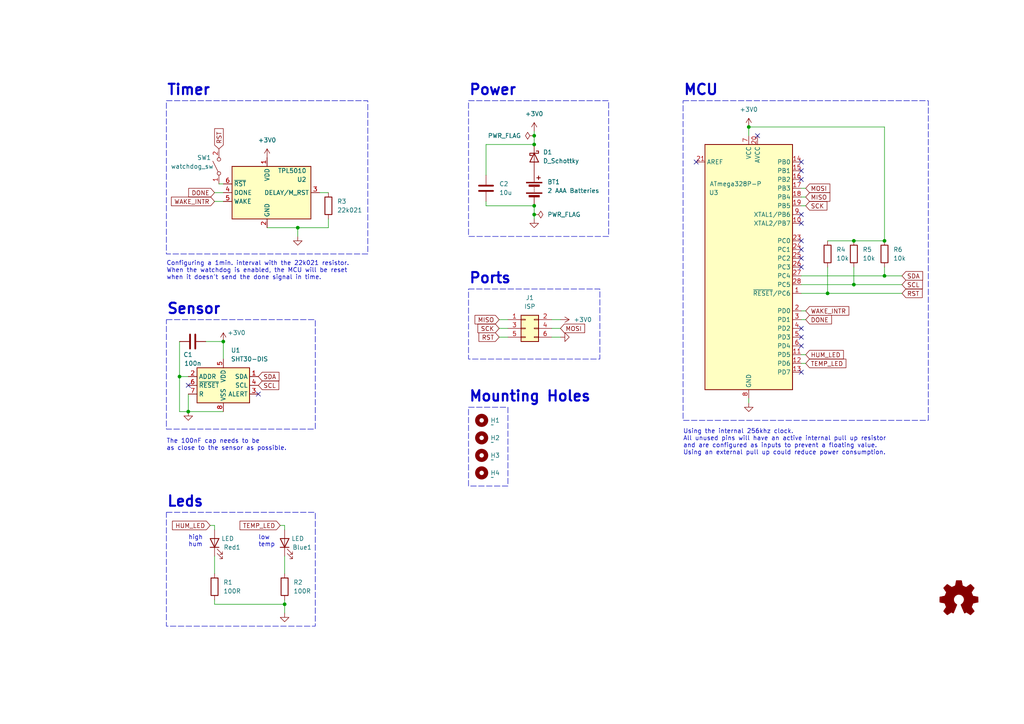
<source format=kicad_sch>
(kicad_sch (version 20230121) (generator eeschema)
  (paper "A4")
  (title_block (title "Atmospheric Sensor for Mold Prevention") (date "2024-01-08") (rev "1.0.0") (company "Christopher Besch <mail@chris-besch.com>") (comment 1 "github.com/christopher-besch/mold_detect"))
  (lib_symbols
    (symbol "Connector_Generic:Conn_02x03_Odd_Even" (pin_names (offset 1.016) hide)
      (property "Reference" "J" (at 1.27 5.08 0))
      (property "Value" "Conn_02x03_Odd_Even" (at 1.27 -5.08 0))
      (symbol "Conn_02x03_Odd_Even_1_1"
        (rectangle (start -1.27 -2.413) (end 0 -2.667) (stroke (width 0.1524)))
        (rectangle (start -1.27 0.127) (end 0 -0.127) (stroke (width 0.1524)))
        (rectangle (start -1.27 2.667) (end 0 2.413) (stroke (width 0.1524)))
        (rectangle (start -1.27 3.81) (end 3.81 -3.81) (stroke (width 0.254)) (fill (type background)))
        (rectangle (start 3.81 -2.413) (end 2.54 -2.667) (stroke (width 0.1524)))
        (rectangle (start 3.81 0.127) (end 2.54 -0.127) (stroke (width 0.1524)))
        (rectangle (start 3.81 2.667) (end 2.54 2.413) (stroke (width 0.1524)))
        (pin passive line (at -5.08 2.54 0) (length 3.81) (name "Pin_1") (number "1"))
        (pin passive line (at 7.62 2.54 180) (length 3.81) (name "Pin_2") (number "2"))
        (pin passive line (at -5.08 0 0) (length 3.81) (name "Pin_3") (number "3"))
        (pin passive line (at 7.62 0 180) (length 3.81) (name "Pin_4") (number "4"))
        (pin passive line (at -5.08 -2.54 0) (length 3.81) (name "Pin_5") (number "5"))
        (pin passive line (at 7.62 -2.54 180) (length 3.81) (name "Pin_6") (number "6"))
      )
    )
    (symbol "Device:Battery" (pin_numbers hide) (pin_names (offset 0) hide)
      (property "Reference" "BT" (at 2.54 2.54 0))
      (property "Value" "Battery" (at 2.54 0 0))
      (symbol "Battery_0_1"
        (rectangle (start -2.286 -1.27) (end 2.286 -1.524) (fill (type outline)))
        (rectangle (start -2.286 1.778) (end 2.286 1.524) (fill (type outline)))
        (rectangle (start -1.524 -2.032) (end 1.524 -2.54) (fill (type outline)))
        (rectangle (start -1.524 1.016) (end 1.524 0.508) (fill (type outline)))
        (polyline (pts (xy 0 -1.016) (xy 0 -0.762)))
        (polyline (pts (xy 0 -0.508) (xy 0 -0.254)))
        (polyline (pts (xy 0 0) (xy 0 0.254)))
        (polyline (pts (xy 0 1.778) (xy 0 2.54)))
        (polyline (pts (xy 0.762 3.048) (xy 1.778 3.048)) (stroke (width 0.254)))
        (polyline (pts (xy 1.27 3.556) (xy 1.27 2.54)) (stroke (width 0.254)))
      )
      (symbol "Battery_1_1"
        (pin passive line (at 0 5.08 270) (length 2.54) (name "+") (number "1"))
        (pin passive line (at 0 -5.08 90) (length 2.54) (name "-") (number "2"))
      )
    )
    (symbol "Device:C" (pin_numbers hide) (pin_names (offset 0.254))
      (property "Reference" "C" (at 0.635 2.54 0))
      (property "Value" "C" (at 0.635 -2.54 0))
      (symbol "C_0_1"
        (polyline (pts (xy -2.032 -0.762) (xy 2.032 -0.762)) (stroke (width 0.508)))
        (polyline (pts (xy -2.032 0.762) (xy 2.032 0.762)) (stroke (width 0.508)))
      )
      (symbol "C_1_1"
        (pin passive line (at 0 3.81 270) (length 2.794) (name "~") (number "1"))
        (pin passive line (at 0 -3.81 90) (length 2.794) (name "~") (number "2"))
      )
    )
    (symbol "Device:D_Schottky" (pin_numbers hide) (pin_names (offset 1.016) hide)
      (property "Reference" "D" (at 0 2.54 0))
      (property "Value" "D_Schottky" (at 0 -2.54 0))
      (symbol "D_Schottky_0_1"
        (polyline (pts (xy 1.27 0) (xy -1.27 0)))
        (polyline (pts (xy 1.27 1.27) (xy 1.27 -1.27) (xy -1.27 0) (xy 1.27 1.27)) (stroke (width 0.254)))
        (polyline (pts (xy -1.905 0.635) (xy -1.905 1.27) (xy -1.27 1.27) (xy -1.27 -1.27) (xy -0.635 -1.27) (xy -0.635 -0.635)) (stroke (width 0.254)))
      )
      (symbol "D_Schottky_1_1"
        (pin passive line (at -3.81 0 0) (length 2.54) (name "K") (number "1"))
        (pin passive line (at 3.81 0 180) (length 2.54) (name "A") (number "2"))
      )
    )
    (symbol "Device:LED" (pin_numbers hide) (pin_names (offset 1.016) hide)
      (property "Reference" "D" (at 0 2.54 0))
      (property "Value" "LED" (at 0 -2.54 0))
      (symbol "LED_0_1"
        (polyline (pts (xy -1.27 -1.27) (xy -1.27 1.27)) (stroke (width 0.254)))
        (polyline (pts (xy -1.27 0) (xy 1.27 0)))
        (polyline (pts (xy 1.27 -1.27) (xy 1.27 1.27) (xy -1.27 0) (xy 1.27 -1.27)) (stroke (width 0.254)))
        (polyline (pts (xy -3.048 -0.762) (xy -4.572 -2.286) (xy -3.81 -2.286) (xy -4.572 -2.286) (xy -4.572 -1.524)))
        (polyline (pts (xy -1.778 -0.762) (xy -3.302 -2.286) (xy -2.54 -2.286) (xy -3.302 -2.286) (xy -3.302 -1.524)))
      )
      (symbol "LED_1_1"
        (pin passive line (at -3.81 0 0) (length 2.54) (name "K") (number "1"))
        (pin passive line (at 3.81 0 180) (length 2.54) (name "A") (number "2"))
      )
    )
    (symbol "Device:R" (pin_numbers hide) (pin_names (offset 0))
      (property "Reference" "R" (at 2.032 0 90))
      (property "Value" "R" (at 0 0 90))
      (symbol "R_0_1"
        (rectangle (start -1.016 -2.54) (end 1.016 2.54) (stroke (width 0.254)))
      )
      (symbol "R_1_1"
        (pin passive line (at 0 3.81 270) (length 1.27) (name "~") (number "1"))
        (pin passive line (at 0 -3.81 90) (length 1.27) (name "~") (number "2"))
      )
    )
    (symbol "Graphic:Logo_Open_Hardware_Small" (in_bom no) (on_board no)
      (symbol "Logo_Open_Hardware_Small_0_1"
        (polyline (pts (xy 3.3528 -4.3434) (xy 3.302 -4.318) (xy 3.175 -4.2418) (xy 2.9972 -4.1148) (xy 2.7686 -3.9624) (xy 2.54 -3.81) (xy 2.3622 -3.7084) (xy 2.2352 -3.6068) (xy 2.1844 -3.5814) (xy 2.159 -3.6068) (xy 2.0574 -3.6576) (xy 1.905 -3.7338) (xy 1.8034 -3.7846) (xy 1.6764 -3.8354) (xy 1.6002 -3.8354) (xy 1.6002 -3.8354) (xy 1.5494 -3.7338) (xy 1.4732 -3.5306) (xy 1.3462 -3.302) (xy 1.2446 -3.0226) (xy 1.1176 -2.7178) (xy 0.9652 -2.413) (xy 0.8636 -2.1082) (xy 0.7366 -1.8288) (xy 0.6604 -1.6256) (xy 0.6096 -1.4732) (xy 0.5842 -1.397) (xy 0.5842 -1.397) (xy 0.6604 -1.3208) (xy 0.7874 -1.2446) (xy 1.0414 -1.016) (xy 1.2954 -0.6858) (xy 1.4478 -0.3302) (xy 1.524 0.0762) (xy 1.4732 0.4572) (xy 1.3208 0.8128) (xy 1.0668 1.143) (xy 0.762 1.3716) (xy 0.4064 1.524) (xy 0 1.5748) (xy -0.381 1.5494) (xy -0.7366 1.397) (xy -1.0668 1.143) (xy -1.2192 0.9906) (xy -1.397 0.6604) (xy -1.524 0.3048) (xy -1.524 0.2286) (xy -1.4986 -0.1778) (xy -1.397 -0.5334) (xy -1.1938 -0.8636) (xy -0.9144 -1.143) (xy -0.8636 -1.1684) (xy -0.7366 -1.27) (xy -0.635 -1.3462) (xy -0.5842 -1.397) (xy -1.0668 -2.5908) (xy -1.143 -2.794) (xy -1.2954 -3.1242) (xy -1.397 -3.4036) (xy -1.4986 -3.6322) (xy -1.5748 -3.7846) (xy -1.6002 -3.8354) (xy -1.6002 -3.8354) (xy -1.651 -3.8354) (xy -1.7272 -3.81) (xy -1.905 -3.7338) (xy -2.0066 -3.683) (xy -2.1336 -3.6068) (xy -2.2098 -3.5814) (xy -2.2606 -3.6068) (xy -2.3622 -3.683) (xy -2.54 -3.81) (xy -2.7686 -3.9624) (xy -2.9718 -4.0894) (xy -3.1496 -4.2164) (xy -3.302 -4.318) (xy -3.3528 -4.3434) (xy -3.3782 -4.3434) (xy -3.429 -4.318) (xy -3.5306 -4.2164) (xy -3.7084 -4.064) (xy -3.937 -3.8354) (xy -3.9624 -3.81) (xy -4.1656 -3.6068) (xy -4.318 -3.4544) (xy -4.4196 -3.3274) (xy -4.445 -3.2766) (xy -4.445 -3.2766) (xy -4.4196 -3.2258) (xy -4.318 -3.0734) (xy -4.2164 -2.8956) (xy -4.064 -2.667) (xy -3.6576 -2.0828) (xy -3.8862 -1.5494) (xy -3.937 -1.3716) (xy -4.0386 -1.1684) (xy -4.0894 -1.0414) (xy -4.1148 -0.9652) (xy -4.191 -0.9398) (xy -4.318 -0.9144) (xy -4.5466 -0.8636) (xy -4.8006 -0.8128) (xy -5.0546 -0.7874) (xy -5.2578 -0.7366) (xy -5.4356 -0.7112) (xy -5.5118 -0.6858) (xy -5.5118 -0.6858) (xy -5.5372 -0.635) (xy -5.5372 -0.5588) (xy -5.5372 -0.4318) (xy -5.5626 -0.2286) (xy -5.5626 0.0762) (xy -5.5626 0.127) (xy -5.5372 0.4064) (xy -5.5372 0.635) (xy -5.5372 0.762) (xy -5.5372 0.8382) (xy -5.5372 0.8382) (xy -5.461 0.8382) (xy -5.3086 0.889) (xy -5.08 0.9144) (xy -4.826 0.9652) (xy -4.8006 0.9906) (xy -4.5466 1.0414) (xy -4.318 1.0668) (xy -4.1656 1.1176) (xy -4.0894 1.143) (xy -4.0894 1.143) (xy -4.0386 1.2446) (xy -3.9624 1.4224) (xy -3.8608 1.6256) (xy -3.7846 1.8288) (xy -3.7084 2.0066) (xy -3.6576 2.159) (xy -3.6322 2.2098) (xy -3.6322 2.2098) (xy -3.683 2.286) (xy -3.7592 2.413) (xy -3.8862 2.5908) (xy -4.064 2.8194) (xy -4.064 2.8448) (xy -4.2164 3.0734) (xy -4.3434 3.2512) (xy -4.4196 3.3782) (xy -4.445 3.4544) (xy -4.445 3.4544) (xy -4.3942 3.5052) (xy -4.2926 3.6322) (xy -4.1148 3.81) (xy -3.937 4.0132) (xy -3.8608 4.064) (xy -3.6576 4.2926) (xy -3.5052 4.4196) (xy -3.4036 4.4958) (xy -3.3528 4.5212) (xy -3.3528 4.5212) (xy -3.302 4.4704) (xy -3.1496 4.3688) (xy -2.9718 4.2418) (xy -2.7432 4.0894) (xy -2.7178 4.0894) (xy -2.4892 3.937) (xy -2.3114 3.81) (xy -2.1844 3.7084) (xy -2.1336 3.683) (xy -2.1082 3.683) (xy -2.032 3.7084) (xy -1.8542 3.7592) (xy -1.6764 3.8354) (xy -1.4732 3.937) (xy -1.27 4.0132) (xy -1.143 4.064) (xy -1.0668 4.1148) (xy -1.0668 4.1148) (xy -1.0414 4.191) (xy -1.016 4.3434) (xy -0.9652 4.572) (xy -0.9144 4.8514) (xy -0.889 4.9022) (xy -0.8382 5.1562) (xy -0.8128 5.3848) (xy -0.7874 5.5372) (xy -0.762 5.588) (xy -0.7112 5.6134) (xy -0.5842 5.6134) (xy -0.4064 5.6134) (xy -0.1524 5.6134) (xy 0.0762 5.6134) (xy 0.3302 5.6134) (xy 0.5334 5.6134) (xy 0.6858 5.588) (xy 0.7366 5.588) (xy 0.7366 5.588) (xy 0.762 5.5118) (xy 0.8128 5.334) (xy 0.8382 5.1054) (xy 0.9144 4.826) (xy 0.9144 4.7752) (xy 0.9652 4.5212) (xy 1.016 4.2926) (xy 1.0414 4.1402) (xy 1.0668 4.0894) (xy 1.0668 4.0894) (xy 1.1938 4.0386) (xy 1.3716 3.9624) (xy 1.5748 3.8608) (xy 2.0828 3.6576) (xy 2.7178 4.0894) (xy 2.7686 4.1402) (xy 2.9972 4.2926) (xy 3.175 4.4196) (xy 3.302 4.4958) (xy 3.3782 4.5212) (xy 3.3782 4.5212) (xy 3.429 4.4704) (xy 3.556 4.3434) (xy 3.7338 4.191) (xy 3.9116 3.9878) (xy 4.064 3.8354) (xy 4.2418 3.6576) (xy 4.3434 3.556) (xy 4.4196 3.4798) (xy 4.4196 3.429) (xy 4.4196 3.4036) (xy 4.3942 3.3274) (xy 4.2926 3.2004) (xy 4.1656 2.9972) (xy 4.0132 2.794) (xy 3.8862 2.5908) (xy 3.7592 2.3876) (xy 3.6576 2.2352) (xy 3.6322 2.159) (xy 3.6322 2.1336) (xy 3.683 2.0066) (xy 3.7592 1.8288) (xy 3.8608 1.6002) (xy 4.064 1.1176) (xy 4.3942 1.0414) (xy 4.5974 1.016) (xy 4.8768 0.9652) (xy 5.1308 0.9144) (xy 5.5372 0.8382) (xy 5.5626 -0.6604) (xy 5.4864 -0.6858) (xy 5.4356 -0.6858) (xy 5.2832 -0.7366) (xy 5.0546 -0.762) (xy 4.8006 -0.8128) (xy 4.5974 -0.8636) (xy 4.3688 -0.9144) (xy 4.2164 -0.9398) (xy 4.1402 -0.9398) (xy 4.1148 -0.9652) (xy 4.064 -1.0668) (xy 3.9878 -1.2446) (xy 3.9116 -1.4478) (xy 3.81 -1.651) (xy 3.7338 -1.8542) (xy 3.683 -2.0066) (xy 3.6576 -2.0828) (xy 3.683 -2.1336) (xy 3.7846 -2.2606) (xy 3.8862 -2.4638) (xy 4.0386 -2.667) (xy 4.191 -2.8956) (xy 4.318 -3.0734) (xy 4.3942 -3.2004) (xy 4.445 -3.2766) (xy 4.4196 -3.3274) (xy 4.3434 -3.429) (xy 4.1656 -3.5814) (xy 3.937 -3.8354) (xy 3.8862 -3.8608) (xy 3.683 -4.064) (xy 3.5306 -4.2164) (xy 3.4036 -4.318) (xy 3.3528 -4.3434)) (fill (type outline)))
      )
    )
    (symbol "MCU_Microchip_ATmega:ATmega328P-P"
      (property "Reference" "U" (at -12.7 36.83 0))
      (property "Value" "ATmega328P-P" (at 2.54 -36.83 0))
      (symbol "ATmega328P-P_0_1"
        (rectangle (start -12.7 -35.56) (end 12.7 35.56) (stroke (width 0.254)) (fill (type background)))
      )
      (symbol "ATmega328P-P_1_1"
        (pin bidirectional line (at 15.24 -7.62 180) (length 2.54) (name "~{RESET}/PC6") (number "1"))
        (pin bidirectional line (at 15.24 12.7 180) (length 2.54) (name "XTAL2/PB7") (number "10"))
        (pin bidirectional line (at 15.24 -25.4 180) (length 2.54) (name "PD5") (number "11"))
        (pin bidirectional line (at 15.24 -27.94 180) (length 2.54) (name "PD6") (number "12"))
        (pin bidirectional line (at 15.24 -30.48 180) (length 2.54) (name "PD7") (number "13"))
        (pin bidirectional line (at 15.24 30.48 180) (length 2.54) (name "PB0") (number "14"))
        (pin bidirectional line (at 15.24 27.94 180) (length 2.54) (name "PB1") (number "15"))
        (pin bidirectional line (at 15.24 25.4 180) (length 2.54) (name "PB2") (number "16"))
        (pin bidirectional line (at 15.24 22.86 180) (length 2.54) (name "PB3") (number "17"))
        (pin bidirectional line (at 15.24 20.32 180) (length 2.54) (name "PB4") (number "18"))
        (pin bidirectional line (at 15.24 17.78 180) (length 2.54) (name "PB5") (number "19"))
        (pin bidirectional line (at 15.24 -12.7 180) (length 2.54) (name "PD0") (number "2"))
        (pin power_in line (at 2.54 38.1 270) (length 2.54) (name "AVCC") (number "20"))
        (pin passive line (at -15.24 30.48 0) (length 2.54) (name "AREF") (number "21"))
        (pin passive line (at 0 -38.1 90) (length 2.54) hide (name "GND") (number "22"))
        (pin bidirectional line (at 15.24 7.62 180) (length 2.54) (name "PC0") (number "23"))
        (pin bidirectional line (at 15.24 5.08 180) (length 2.54) (name "PC1") (number "24"))
        (pin bidirectional line (at 15.24 2.54 180) (length 2.54) (name "PC2") (number "25"))
        (pin bidirectional line (at 15.24 0 180) (length 2.54) (name "PC3") (number "26"))
        (pin bidirectional line (at 15.24 -2.54 180) (length 2.54) (name "PC4") (number "27"))
        (pin bidirectional line (at 15.24 -5.08 180) (length 2.54) (name "PC5") (number "28"))
        (pin bidirectional line (at 15.24 -15.24 180) (length 2.54) (name "PD1") (number "3"))
        (pin bidirectional line (at 15.24 -17.78 180) (length 2.54) (name "PD2") (number "4"))
        (pin bidirectional line (at 15.24 -20.32 180) (length 2.54) (name "PD3") (number "5"))
        (pin bidirectional line (at 15.24 -22.86 180) (length 2.54) (name "PD4") (number "6"))
        (pin power_in line (at 0 38.1 270) (length 2.54) (name "VCC") (number "7"))
        (pin power_in line (at 0 -38.1 90) (length 2.54) (name "GND") (number "8"))
        (pin bidirectional line (at 15.24 15.24 180) (length 2.54) (name "XTAL1/PB6") (number "9"))
      )
    )
    (symbol "Mechanical:MountingHole" (pin_names (offset 1.016))
      (property "Reference" "H" (at 0 5.08 0))
      (property "Value" "MountingHole" (at 0 3.175 0))
      (symbol "MountingHole_0_1"
        (circle (center 0 0) (radius 1.27) (stroke (width 1.27)))
      )
    )
    (symbol "Sensor_Humidity:SHT30-DIS"
      (property "Reference" "U" (at -6.35 6.35 0))
      (property "Value" "SHT30-DIS" (at 6.35 6.35 0))
      (symbol "SHT30-DIS_0_1"
        (rectangle (start -7.62 5.08) (end 7.62 -5.08) (stroke (width 0.254)) (fill (type background)))
      )
      (symbol "SHT30-DIS_1_1"
        (pin bidirectional line (at 10.16 2.54 180) (length 2.54) (name "SDA") (number "1"))
        (pin input line (at -10.16 2.54 0) (length 2.54) (name "ADDR") (number "2"))
        (pin output line (at 10.16 -2.54 180) (length 2.54) (name "ALERT") (number "3"))
        (pin input line (at 10.16 0 180) (length 2.54) (name "SCL") (number "4"))
        (pin power_in line (at 0 7.62 270) (length 2.54) (name "VDD") (number "5"))
        (pin input line (at -10.16 0 0) (length 2.54) (name "~{RESET}") (number "6"))
        (pin passive line (at -10.16 -2.54 0) (length 2.54) (name "R") (number "7"))
        (pin power_in line (at 0 -7.62 90) (length 2.54) (name "VSS") (number "8"))
        (pin passive line (at 0 -7.62 90) (length 2.54) hide (name "VSS") (number "9"))
      )
    )
    (symbol "Switch:SW_SPST" (pin_names (offset 0) hide)
      (property "Reference" "SW" (at 0 3.175 0))
      (property "Value" "SW_SPST" (at 0 -2.54 0))
      (symbol "SW_SPST_0_0"
        (circle (center -2.032 0) (radius 0.508))
        (polyline (pts (xy -1.524 0.254) (xy 1.524 1.778)))
        (circle (center 2.032 0) (radius 0.508))
      )
      (symbol "SW_SPST_1_1"
        (pin passive line (at -5.08 0 0) (length 2.54) (name "A") (number "1"))
        (pin passive line (at 5.08 0 180) (length 2.54) (name "B") (number "2"))
      )
    )
    (symbol "Timer:TPL5010"
      (property "Reference" "U" (at -8.89 8.89 0))
      (property "Value" "TPL5010" (at 6.35 8.89 0))
      (symbol "TPL5010_0_1"
        (rectangle (start -12.7 7.62) (end 10.16 -7.62) (stroke (width 0.254)) (fill (type background)))
      )
      (symbol "TPL5010_1_1"
        (pin power_in line (at 0 10.16 270) (length 2.54) (name "VDD") (number "1"))
        (pin power_in line (at 0 -10.16 90) (length 2.54) (name "GND") (number "2"))
        (pin input line (at -15.24 0 0) (length 2.54) (name "DELAY/M_RST") (number "3"))
        (pin input line (at 12.7 0 180) (length 2.54) (name "DONE") (number "4"))
        (pin output line (at 12.7 -2.54 180) (length 2.54) (name "WAKE") (number "5"))
        (pin open_collector line (at 12.7 2.54 180) (length 2.54) (name "~{RST}") (number "6"))
      )
    )
    (symbol "power:+3V0" (power) (pin_names (offset 0))
      (property "Value" "+3V0" (at 0 3.556 0))
      (symbol "+3V0_0_1"
        (polyline (pts (xy -0.762 1.27) (xy 0 2.54)))
        (polyline (pts (xy 0 0) (xy 0 2.54)))
        (polyline (pts (xy 0 2.54) (xy 0.762 1.27)))
      )
      (symbol "+3V0_1_1"
        (pin power_in line (at 0 0 90) (length 0) hide (name "+3V0") (number "1"))
      )
    )
    (symbol "power:GND" (power) (pin_names (offset 0))
      (property "Value" "GND" (at 0 -3.81 0))
      (symbol "GND_0_1"
        (polyline (pts (xy 0 0) (xy 0 -1.27) (xy 1.27 -1.27) (xy 0 -2.54) (xy -1.27 -1.27) (xy 0 -1.27)))
      )
      (symbol "GND_1_1"
        (pin power_in line (at 0 0 270) (length 0) hide (name "GND") (number "1"))
      )
    )
    (symbol "power:PWR_FLAG" (power) (pin_numbers hide) (pin_names (offset 0) hide)
      (property "Value" "PWR_FLAG" (at 0 3.81 0))
      (symbol "PWR_FLAG_0_0"
        (pin power_out line (at 0 0 90) (length 0) (name "pwr") (number "1"))
      )
      (symbol "PWR_FLAG_0_1"
        (polyline (pts (xy 0 0) (xy 0 1.27) (xy -1.016 1.905) (xy 0 2.54) (xy 1.016 1.905) (xy 0 1.27)))
      )
    )
  )
  (junction (at 82.55 175.26))
  (junction (at 154.94 59.69))
  (junction (at 86.36 66.04))
  (junction (at 52.07 109.22))
  (junction (at 64.77 99.06))
  (junction (at 240.03 85.09))
  (junction (at 54.61 119.38))
  (junction (at 247.65 82.55))
  (junction (at 256.54 80.01))
  (junction (at 154.94 39.37))
  (junction (at 247.65 69.85))
  (junction (at 154.94 62.23))
  (junction (at 217.17 36.83))
  (junction (at 154.94 41.91))
  (junction (at 256.54 69.85))
  (no_connect (at 232.41 74.93))
  (no_connect (at 232.41 100.33))
  (no_connect (at 74.93 114.3))
  (no_connect (at 219.71 39.37))
  (no_connect (at 232.41 46.99))
  (no_connect (at 232.41 64.77))
  (no_connect (at 232.41 69.85))
  (no_connect (at 232.41 107.95))
  (no_connect (at 232.41 62.23))
  (no_connect (at 232.41 95.25))
  (no_connect (at 54.61 111.76))
  (no_connect (at 232.41 72.39))
  (no_connect (at 232.41 77.47))
  (no_connect (at 232.41 49.53))
  (no_connect (at 232.41 52.07))
  (no_connect (at 232.41 97.79))
  (no_connect (at 201.93 46.99))
  (wire (pts (xy 232.41 59.69) (xy 233.68 59.69)))
  (wire (pts (xy 154.94 38.1) (xy 154.94 39.37)))
  (wire (pts (xy 62.23 175.26) (xy 62.23 173.99)))
  (wire (pts (xy 59.69 99.06) (xy 64.77 99.06)))
  (wire (pts (xy 240.03 85.09) (xy 261.62 85.09)))
  (wire (pts (xy 154.94 59.69) (xy 154.94 62.23)))
  (wire (pts (xy 140.97 59.69) (xy 154.94 59.69)))
  (wire (pts (xy 256.54 77.47) (xy 256.54 80.01)))
  (wire (pts (xy 247.65 77.47) (xy 247.65 82.55)))
  (wire (pts (xy 256.54 36.83) (xy 256.54 69.85)))
  (wire (pts (xy 232.41 92.71) (xy 233.68 92.71)))
  (wire (pts (xy 217.17 115.57) (xy 217.17 116.84)))
  (wire (pts (xy 60.96 152.4) (xy 62.23 152.4)))
  (wire (pts (xy 54.61 114.3) (xy 54.61 119.38)))
  (wire (pts (xy 140.97 41.91) (xy 154.94 41.91)))
  (wire (pts (xy 160.02 95.25) (xy 162.56 95.25)))
  (wire (pts (xy 62.23 161.29) (xy 62.23 166.37)))
  (wire (pts (xy 82.55 175.26) (xy 82.55 177.8)))
  (wire (pts (xy 217.17 36.83) (xy 217.17 39.37)))
  (wire (pts (xy 95.25 63.5) (xy 95.25 66.04)))
  (wire (pts (xy 233.68 90.17) (xy 232.41 90.17)))
  (wire (pts (xy 62.23 58.42) (xy 64.77 58.42)))
  (wire (pts (xy 52.07 99.06) (xy 52.07 109.22)))
  (wire (pts (xy 140.97 58.42) (xy 140.97 59.69)))
  (wire (pts (xy 64.77 99.06) (xy 64.77 104.14)))
  (wire (pts (xy 54.61 109.22) (xy 52.07 109.22)))
  (wire (pts (xy 86.36 66.04) (xy 86.36 68.58)))
  (wire (pts (xy 52.07 109.22) (xy 52.07 119.38)))
  (wire (pts (xy 62.23 55.88) (xy 64.77 55.88)))
  (wire (pts (xy 247.65 69.85) (xy 256.54 69.85)))
  (wire (pts (xy 62.23 175.26) (xy 82.55 175.26)))
  (wire (pts (xy 154.94 62.23) (xy 154.94 63.5)))
  (wire (pts (xy 62.23 152.4) (xy 62.23 153.67)))
  (wire (pts (xy 144.78 97.79) (xy 147.32 97.79)))
  (wire (pts (xy 232.41 102.87) (xy 233.68 102.87)))
  (wire (pts (xy 82.55 175.26) (xy 82.55 173.99)))
  (wire (pts (xy 247.65 82.55) (xy 261.62 82.55)))
  (wire (pts (xy 95.25 66.04) (xy 86.36 66.04)))
  (wire (pts (xy 144.78 92.71) (xy 147.32 92.71)))
  (wire (pts (xy 232.41 82.55) (xy 247.65 82.55)))
  (wire (pts (xy 77.47 66.04) (xy 86.36 66.04)))
  (wire (pts (xy 52.07 119.38) (xy 54.61 119.38)))
  (wire (pts (xy 63.5 53.34) (xy 64.77 53.34)))
  (wire (pts (xy 232.41 80.01) (xy 256.54 80.01)))
  (wire (pts (xy 240.03 77.47) (xy 240.03 85.09)))
  (wire (pts (xy 160.02 92.71) (xy 162.56 92.71)))
  (wire (pts (xy 232.41 105.41) (xy 233.68 105.41)))
  (wire (pts (xy 232.41 57.15) (xy 233.68 57.15)))
  (wire (pts (xy 232.41 85.09) (xy 240.03 85.09)))
  (wire (pts (xy 240.03 69.85) (xy 247.65 69.85)))
  (wire (pts (xy 140.97 41.91) (xy 140.97 50.8)))
  (wire (pts (xy 217.17 36.83) (xy 256.54 36.83)))
  (wire (pts (xy 92.71 55.88) (xy 95.25 55.88)))
  (wire (pts (xy 144.78 95.25) (xy 147.32 95.25)))
  (wire (pts (xy 54.61 119.38) (xy 64.77 119.38)))
  (wire (pts (xy 160.02 97.79) (xy 162.56 97.79)))
  (wire (pts (xy 256.54 80.01) (xy 261.62 80.01)))
  (wire (pts (xy 82.55 152.4) (xy 82.55 153.67)))
  (wire (pts (xy 81.28 152.4) (xy 82.55 152.4)))
  (wire (pts (xy 232.41 54.61) (xy 233.68 54.61)))
  (wire (pts (xy 154.94 39.37) (xy 154.94 41.91)))
  (wire (pts (xy 82.55 161.29) (xy 82.55 166.37)))
  (rectangle (start 135.89 83.82) (end 173.99 104.14) (stroke (width 0) (type dash)))
  (rectangle (start 135.89 29.21) (end 176.53 68.58) (stroke (width 0) (type dash)))
  (rectangle (start 48.26 148.59) (end 91.44 181.61) (stroke (width 0) (type dash)))
  (rectangle (start 48.26 92.71) (end 91.44 124.46) (stroke (width 0) (type dash)))
  (rectangle (start 135.89 118.11) (end 147.32 140.97) (stroke (width 0) (type dash)))
  (rectangle (start 198.12 29.21) (end 269.24 121.92) (stroke (width 0) (type dash)))
  (rectangle (start 48.26 29.21) (end 106.68 73.66) (stroke (width 0) (type dash)))
  (text "Configuring a 1min. interval with the 22k021 resistor.\nWhen the watchdog is enabled, the MCU will be reset\nwhen it doesn't send the done signal in time." (at 48.26 81.28 0) (effects (font (size 1.27 1.27)) (justify left bottom)))
  (text "The 100nF cap needs to be\nas close to the sensor as possible." (at 48.26 130.81 0) (effects (font (size 1.27 1.27)) (justify left bottom)))
  (text "Using the internal 256khz clock.\nAll unused pins will have an active internal pull up resistor\nand are configured as inputs to prevent a floating value.\nUsing an external pull up could reduce power consumption." (at 198.12 132.08 0) (effects (font (size 1.27 1.27)) (justify left bottom)))
  (text "MCU" (at 198.12 27.94 0) (effects (font (size 3 3) (thickness 0.6) bold) (justify left bottom)))
  (text "Ports" (at 135.89 82.55 0) (effects (font (size 3 3) (thickness 0.6) bold) (justify left bottom)))
  (text "Leds\n" (at 48.26 147.32 0) (effects (font (size 3 3) (thickness 0.6) bold) (justify left bottom)))
  (text "Mounting Holes" (at 135.89 116.84 0) (effects (font (size 3 3) (thickness 0.6) bold) (justify left bottom)))
  (text "Sensor" (at 48.26 91.44 0) (effects (font (size 3 3) (thickness 0.6) bold) (justify left bottom)))
  (text "high\nhum" (at 54.61 158.75 0) (effects (font (size 1.27 1.27)) (justify left bottom)))
  (text "low\ntemp" (at 74.93 158.75 0) (effects (font (size 1.27 1.27)) (justify left bottom)))
  (text "Timer" (at 48.26 27.94 0) (effects (font (size 3 3) (thickness 0.6) bold) (justify left bottom)))
  (text "Power" (at 135.89 27.94 0) (effects (font (size 3 3) (thickness 0.6) bold) (justify left bottom)))
  (global_label "HUM_LED" (shape input) (at 60.96 152.4 180) (property "Intersheetrefs" "${INTERSHEET_REFS}" (effects hide)))
  (global_label "TEMP_LED" (shape input) (at 81.28 152.4 180) (property "Intersheetrefs" "${INTERSHEET_REFS}" (effects hide)))
  (global_label "DONE" (shape input) (at 233.68 92.71 0) (property "Intersheetrefs" "${INTERSHEET_REFS}" (effects hide)))
  (global_label "SCK" (shape input) (at 233.68 59.69 0) (property "Intersheetrefs" "${INTERSHEET_REFS}" (effects hide)))
  (global_label "WAKE_INTR" (shape input) (at 62.23 58.42 180) (property "Intersheetrefs" "${INTERSHEET_REFS}" (effects hide)))
  (global_label "DONE" (shape input) (at 62.23 55.88 180) (property "Intersheetrefs" "${INTERSHEET_REFS}" (effects hide)))
  (global_label "SCK" (shape input) (at 144.78 95.25 180) (property "Intersheetrefs" "${INTERSHEET_REFS}" (effects hide)))
  (global_label "SDA" (shape input) (at 74.93 109.22 0) (property "Intersheetrefs" "${INTERSHEET_REFS}" (effects hide)))
  (global_label "SDA" (shape input) (at 261.62 80.01 0) (property "Intersheetrefs" "${INTERSHEET_REFS}" (effects hide)))
  (global_label "MISO" (shape input) (at 144.78 92.71 180) (property "Intersheetrefs" "${INTERSHEET_REFS}" (effects hide)))
  (global_label "RST" (shape input) (at 63.5 43.18 90) (property "Intersheetrefs" "${INTERSHEET_REFS}" (effects hide)))
  (global_label "MOSI" (shape input) (at 233.68 54.61 0) (property "Intersheetrefs" "${INTERSHEET_REFS}" (effects hide)))
  (global_label "WAKE_INTR" (shape input) (at 233.68 90.17 0) (property "Intersheetrefs" "${INTERSHEET_REFS}" (effects hide)))
  (global_label "RST" (shape input) (at 261.62 85.09 0) (property "Intersheetrefs" "${INTERSHEET_REFS}" (effects hide)))
  (global_label "SCL" (shape input) (at 74.93 111.76 0) (property "Intersheetrefs" "${INTERSHEET_REFS}" (effects hide)))
  (global_label "MISO" (shape input) (at 233.68 57.15 0) (property "Intersheetrefs" "${INTERSHEET_REFS}" (effects hide)))
  (global_label "RST" (shape input) (at 144.78 97.79 180) (property "Intersheetrefs" "${INTERSHEET_REFS}" (effects hide)))
  (global_label "MOSI" (shape input) (at 162.56 95.25 0) (property "Intersheetrefs" "${INTERSHEET_REFS}" (effects hide)))
  (global_label "HUM_LED" (shape input) (at 233.68 102.87 0) (property "Intersheetrefs" "${INTERSHEET_REFS}" (effects hide)))
  (global_label "TEMP_LED" (shape input) (at 233.68 105.41 0) (property "Intersheetrefs" "${INTERSHEET_REFS}" (effects hide)))
  (global_label "SCL" (shape input) (at 261.62 82.55 0) (property "Intersheetrefs" "${INTERSHEET_REFS}" (effects hide)))
  (symbol (lib_id "Device:R") (at 256.54 73.66 0) (unit 1)
    (property "Reference" "R6" (at 259.08 72.39 0) (effects (justify left)))
    (property "Value" "10k" (at 259.08 74.93 0) (effects (justify left)))
    (property "Footprint" "Resistor_SMD:R_0603_1608Metric" (effects hide))
  )
  (symbol (lib_id "power:+3V0") (at 162.56 92.71 270) (unit 1)
    (property "Reference" "#PWR08" (effects hide))
    (property "Value" "+3V0" (at 166.37 92.71 90) (effects (justify left)))
  )
  (symbol (lib_id "power:GND") (at 82.55 177.8 0) (unit 1)
    (property "Reference" "#PWR04" (effects hide))
    (property "Value" "GND" (effects hide))
  )
  (symbol (lib_id "power:PWR_FLAG") (at 154.94 39.37 90) (unit 1)
    (property "Reference" "#FLG01" (effects hide))
    (property "Value" "PWR_FLAG" (at 151.13 39.37 90) (effects (justify left)))
  )
  (symbol (lib_id "Device:Battery") (at 154.94 54.61 0) (unit 1)
    (property "Reference" "BT1" (at 158.75 52.7685 0) (effects (justify left)))
    (property "Value" "2 AAA Batteries" (at 158.75 55.3085 0) (effects (justify left)))
    (property "Footprint" "Battery:BatteryHolder_Keystone_2468_2xAAA" (effects hide))
  )
  (symbol (lib_id "MCU_Microchip_ATmega:ATmega328P-P") (at 217.17 77.47 0) (unit 1)
    (property "Reference" "U3" (at 207.01 55.88 0))
    (property "Value" "ATmega328P-P" (at 213.36 53.34 0))
    (property "Footprint" "Package_DIP:DIP-28_W7.62mm" (effects hide))
    (property "Datasheet" "http://ww1.microchip.com/downloads/en/DeviceDoc/ATmega328_P%20AVR%20MCU%20with%20picoPower%20Technology%20Data%20Sheet%2040001984A.pdf" (effects hide))
  )
  (symbol (lib_id "Mechanical:MountingHole") (at 139.7 127 0) (unit 1)
    (property "Reference" "H2" (at 142.24 127 0) (effects (justify left)))
    (property "Value" "~" (at 142.24 128.27 0) (effects (justify left)))
    (property "Footprint" "MountingHole:MountingHole_3.2mm_M3" (effects hide))
  )
  (symbol (lib_id "Sensor_Humidity:SHT30-DIS") (at 64.77 111.76 0) (unit 1)
    (property "Reference" "U1" (at 66.9641 101.6 0) (effects (justify left)))
    (property "Value" "SHT30-DIS" (at 66.9641 104.14 0) (effects (justify left)))
    (property "Footprint" "Sensor_Humidity:Sensirion_DFN-8-1EP_2.5x2.5mm_P0.5mm_EP1.1x1.7mm" (effects hide))
    (property "Datasheet" "https://www.sensirion.com/fileadmin/user_upload/customers/sensirion/Dokumente/2_Humidity_Sensors/Datasheets/Sensirion_Humidity_Sensors_SHT3x_Datasheet_digital.pdf" (effects hide))
  )
  (symbol (lib_id "Mechanical:MountingHole") (at 139.7 137.16 0) (unit 1)
    (property "Reference" "H4" (at 142.24 137.16 0) (effects (justify left)))
    (property "Value" "~" (at 142.24 138.43 0) (effects (justify left)))
    (property "Footprint" "MountingHole:MountingHole_3.2mm_M3" (effects hide))
  )
  (symbol (lib_id "Graphic:Logo_Open_Hardware_Small") (at 278.13 173.99 0) (unit 1) (in_bom no) (on_board no)
    (property "Reference" "SYM1" (effects hide))
    (property "Value" "github.com/christopher-besch/mold_detect" (effects hide))
    (property "Footprint" "Symbol:OSHW-Logo2_7.3x6mm_SilkScreen" (effects hide))
    (property "Sim.Enable" "1" (effects hide))
  )
  (symbol (lib_id "power:GND") (at 86.36 68.58 0) (unit 1)
    (property "Reference" "#PWR05" (effects hide))
    (property "Value" "GND" (effects hide))
  )
  (symbol (lib_id "Switch:SW_SPST") (at 63.5 48.26 90) (unit 1)
    (property "Reference" "SW1" (at 57.15 45.72 90) (effects (justify right)))
    (property "Value" "watchdog_sw" (at 49.53 48.26 90) (effects (justify right)))
    (property "Footprint" "Button_Switch_SMD:SW_DIP_SPSTx01_Slide_6.7x4.1mm_W6.73mm_P2.54mm_LowProfile_JPin" (effects hide))
  )
  (symbol (lib_id "power:PWR_FLAG") (at 154.94 62.23 270) (unit 1)
    (property "Reference" "#FLG02" (effects hide))
    (property "Value" "PWR_FLAG" (at 158.75 62.23 90) (effects (justify left)))
  )
  (symbol (lib_id "Device:R") (at 62.23 170.18 0) (unit 1)
    (property "Reference" "R1" (at 64.77 168.91 0) (effects (justify left)))
    (property "Value" "100R" (at 64.77 171.45 0) (effects (justify left)))
    (property "Footprint" "Resistor_SMD:R_0603_1608Metric" (effects hide))
  )
  (symbol (lib_id "power:+3V0") (at 64.77 99.06 0) (unit 1)
    (property "Reference" "#PWR02" (effects hide))
    (property "Value" "+3V0" (at 68.58 96.52 0))
  )
  (symbol (lib_id "Device:R") (at 95.25 59.69 0) (unit 1)
    (property "Reference" "R3" (at 97.79 58.42 0) (effects (justify left)))
    (property "Value" "22k021" (at 97.79 60.96 0) (effects (justify left)))
    (property "Footprint" "Resistor_SMD:R_0603_1608Metric" (effects hide))
  )
  (symbol (lib_id "Device:LED") (at 62.23 157.48 90) (unit 1)
    (property "Reference" "Red1" (at 67.31 158.75 90))
    (property "Value" "LED" (at 66.04 156.21 90))
    (property "Footprint" "LED_THT:LED_D3.0mm" (effects hide))
  )
  (symbol (lib_id "power:+3V0") (at 217.17 36.83 0) (unit 1)
    (property "Reference" "#PWR010" (effects hide))
    (property "Value" "+3V0" (at 217.17 31.75 0))
  )
  (symbol (lib_id "power:GND") (at 162.56 97.79 90) (unit 1)
    (property "Reference" "#PWR09" (effects hide))
    (property "Value" "GND" (effects hide))
  )
  (symbol (lib_id "Device:C") (at 140.97 54.61 0) (unit 1)
    (property "Reference" "C2" (at 144.78 53.34 0) (effects (justify left)))
    (property "Value" "10u" (at 144.78 55.88 0) (effects (justify left)))
    (property "Footprint" "Capacitor_SMD:C_0805_2012Metric" (effects hide))
  )
  (symbol (lib_id "Device:LED") (at 82.55 157.48 90) (unit 1)
    (property "Reference" "Blue1" (at 87.63 158.75 90))
    (property "Value" "LED" (at 86.36 156.21 90))
    (property "Footprint" "LED_THT:LED_D3.0mm" (effects hide))
  )
  (symbol (lib_id "power:GND") (at 217.17 116.84 0) (unit 1)
    (property "Reference" "#PWR011" (effects hide))
    (property "Value" "GND" (effects hide))
  )
  (symbol (lib_id "Mechanical:MountingHole") (at 139.7 121.92 0) (unit 1)
    (property "Reference" "H1" (at 142.24 121.92 0) (effects (justify left)))
    (property "Value" "~" (at 142.24 123.19 0) (effects (justify left)))
    (property "Footprint" "MountingHole:MountingHole_3.2mm_M3" (effects hide))
  )
  (symbol (lib_id "power:GND") (at 154.94 63.5 0) (unit 1)
    (property "Reference" "#PWR07" (effects hide))
    (property "Value" "GND" (effects hide))
  )
  (symbol (lib_id "Device:C") (at 55.88 99.06 90) (unit 1)
    (property "Reference" "C1" (at 55.88 102.87 90) (effects (justify left)))
    (property "Value" "100n" (at 58.42 105.41 90) (effects (justify left)))
    (property "Footprint" "Capacitor_SMD:C_0805_2012Metric" (effects hide))
  )
  (symbol (lib_id "Device:D_Schottky") (at 154.94 45.72 270) (unit 1)
    (property "Reference" "D1" (at 157.48 44.1325 90) (effects (justify left)))
    (property "Value" "D_Schottky" (at 157.48 46.6725 90) (effects (justify left)))
    (property "Footprint" "Diode_SMD:D_SOD-323F" (effects hide))
  )
  (symbol (lib_id "Connector_Generic:Conn_02x03_Odd_Even") (at 152.4 95.25 0) (unit 1)
    (property "Reference" "J1" (at 153.67 86.36 0))
    (property "Value" "ISP" (at 153.67 88.9 0))
    (property "Footprint" "Connector_IDC:IDC-Header_2x03_P2.54mm_Vertical" (effects hide))
  )
  (symbol (lib_id "Device:R") (at 240.03 73.66 0) (unit 1)
    (property "Reference" "R4" (at 242.57 72.39 0) (effects (justify left)))
    (property "Value" "10k" (at 242.57 74.93 0) (effects (justify left)))
    (property "Footprint" "Resistor_SMD:R_0603_1608Metric" (effects hide))
  )
  (symbol (lib_id "Timer:TPL5010") (at 77.47 55.88 0) (mirror y) (unit 1)
    (property "Reference" "U2" (at 88.9 52.07 0) (effects (justify left)))
    (property "Value" "TPL5010" (at 88.9 49.53 0) (effects (justify left)))
    (property "Footprint" "Package_TO_SOT_SMD:SOT-23-6" (effects hide))
    (property "Datasheet" "http://www.ti.com/lit/ds/symlink/tpl5010.pdf" (effects hide))
  )
  (symbol (lib_id "power:+3V0") (at 154.94 38.1 0) (unit 1)
    (property "Reference" "#PWR06" (effects hide))
    (property "Value" "+3V0" (at 154.94 33.02 0))
  )
  (symbol (lib_id "Device:R") (at 247.65 73.66 0) (unit 1)
    (property "Reference" "R5" (at 250.19 72.39 0) (effects (justify left)))
    (property "Value" "10k" (at 250.19 74.93 0) (effects (justify left)))
    (property "Footprint" "Resistor_SMD:R_0603_1608Metric" (effects hide))
  )
  (symbol (lib_id "power:GND") (at 54.61 119.38 0) (unit 1)
    (property "Reference" "#PWR01" (effects hide))
    (property "Value" "GND" (effects hide))
  )
  (symbol (lib_id "Mechanical:MountingHole") (at 139.7 132.08 0) (unit 1)
    (property "Reference" "H3" (at 142.24 132.08 0) (effects (justify left)))
    (property "Value" "~" (at 142.24 133.35 0) (effects (justify left)))
    (property "Footprint" "MountingHole:MountingHole_3.2mm_M3" (effects hide))
  )
  (symbol (lib_id "Device:R") (at 82.55 170.18 0) (unit 1)
    (property "Reference" "R2" (at 85.09 168.91 0) (effects (justify left)))
    (property "Value" "100R" (at 85.09 171.45 0) (effects (justify left)))
    (property "Footprint" "Resistor_SMD:R_0603_1608Metric" (effects hide))
  )
  (symbol (lib_id "power:+3V0") (at 77.47 45.72 0) (unit 1)
    (property "Reference" "#PWR03" (effects hide))
    (property "Value" "+3V0" (at 77.47 40.64 0))
  )
)
</source>
